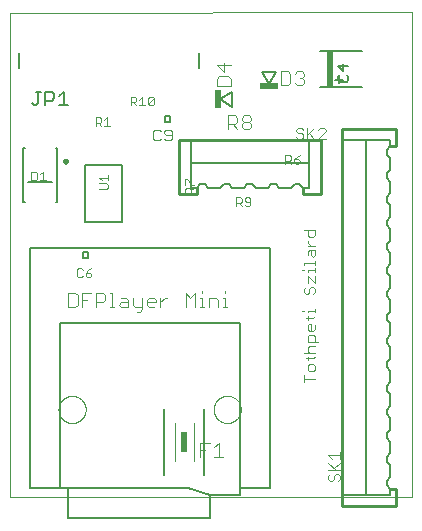
<source format=gto>
G75*
%MOIN*%
%OFA0B0*%
%FSLAX25Y25*%
%IPPOS*%
%LPD*%
%AMOC8*
5,1,8,0,0,1.08239X$1,22.5*
%
%ADD10C,0.00000*%
%ADD11C,0.00400*%
%ADD12C,0.00800*%
%ADD13C,0.00700*%
%ADD14R,0.01875X0.12500*%
%ADD15C,0.00600*%
%ADD16C,0.00500*%
%ADD17C,0.00300*%
%ADD18C,0.00276*%
%ADD19R,0.02362X0.07087*%
%ADD20R,0.02362X0.04331*%
%ADD21C,0.01000*%
%ADD22C,0.00984*%
%ADD23C,0.00787*%
%ADD24R,0.06200X0.02400*%
%ADD25R,0.02400X0.06200*%
D10*
X0002200Y0012366D02*
X0002200Y0173783D01*
X0136255Y0173980D01*
X0136255Y0012563D01*
X0002200Y0012366D01*
X0018341Y0041618D02*
X0018343Y0041752D01*
X0018349Y0041886D01*
X0018359Y0042020D01*
X0018373Y0042154D01*
X0018391Y0042287D01*
X0018412Y0042419D01*
X0018438Y0042551D01*
X0018468Y0042682D01*
X0018501Y0042812D01*
X0018538Y0042940D01*
X0018580Y0043068D01*
X0018624Y0043195D01*
X0018673Y0043320D01*
X0018725Y0043443D01*
X0018781Y0043565D01*
X0018841Y0043686D01*
X0018904Y0043804D01*
X0018970Y0043921D01*
X0019040Y0044035D01*
X0019113Y0044148D01*
X0019190Y0044258D01*
X0019270Y0044366D01*
X0019353Y0044471D01*
X0019439Y0044574D01*
X0019528Y0044674D01*
X0019620Y0044772D01*
X0019715Y0044867D01*
X0019813Y0044959D01*
X0019913Y0045048D01*
X0020016Y0045134D01*
X0020121Y0045217D01*
X0020229Y0045297D01*
X0020339Y0045374D01*
X0020452Y0045447D01*
X0020566Y0045517D01*
X0020683Y0045583D01*
X0020801Y0045646D01*
X0020922Y0045706D01*
X0021044Y0045762D01*
X0021167Y0045814D01*
X0021292Y0045863D01*
X0021419Y0045907D01*
X0021547Y0045949D01*
X0021675Y0045986D01*
X0021805Y0046019D01*
X0021936Y0046049D01*
X0022068Y0046075D01*
X0022200Y0046096D01*
X0022333Y0046114D01*
X0022467Y0046128D01*
X0022601Y0046138D01*
X0022735Y0046144D01*
X0022869Y0046146D01*
X0023003Y0046144D01*
X0023137Y0046138D01*
X0023271Y0046128D01*
X0023405Y0046114D01*
X0023538Y0046096D01*
X0023670Y0046075D01*
X0023802Y0046049D01*
X0023933Y0046019D01*
X0024063Y0045986D01*
X0024191Y0045949D01*
X0024319Y0045907D01*
X0024446Y0045863D01*
X0024571Y0045814D01*
X0024694Y0045762D01*
X0024816Y0045706D01*
X0024937Y0045646D01*
X0025055Y0045583D01*
X0025172Y0045517D01*
X0025286Y0045447D01*
X0025399Y0045374D01*
X0025509Y0045297D01*
X0025617Y0045217D01*
X0025722Y0045134D01*
X0025825Y0045048D01*
X0025925Y0044959D01*
X0026023Y0044867D01*
X0026118Y0044772D01*
X0026210Y0044674D01*
X0026299Y0044574D01*
X0026385Y0044471D01*
X0026468Y0044366D01*
X0026548Y0044258D01*
X0026625Y0044148D01*
X0026698Y0044035D01*
X0026768Y0043921D01*
X0026834Y0043804D01*
X0026897Y0043686D01*
X0026957Y0043565D01*
X0027013Y0043443D01*
X0027065Y0043320D01*
X0027114Y0043195D01*
X0027158Y0043068D01*
X0027200Y0042940D01*
X0027237Y0042812D01*
X0027270Y0042682D01*
X0027300Y0042551D01*
X0027326Y0042419D01*
X0027347Y0042287D01*
X0027365Y0042154D01*
X0027379Y0042020D01*
X0027389Y0041886D01*
X0027395Y0041752D01*
X0027397Y0041618D01*
X0027395Y0041484D01*
X0027389Y0041350D01*
X0027379Y0041216D01*
X0027365Y0041082D01*
X0027347Y0040949D01*
X0027326Y0040817D01*
X0027300Y0040685D01*
X0027270Y0040554D01*
X0027237Y0040424D01*
X0027200Y0040296D01*
X0027158Y0040168D01*
X0027114Y0040041D01*
X0027065Y0039916D01*
X0027013Y0039793D01*
X0026957Y0039671D01*
X0026897Y0039550D01*
X0026834Y0039432D01*
X0026768Y0039315D01*
X0026698Y0039201D01*
X0026625Y0039088D01*
X0026548Y0038978D01*
X0026468Y0038870D01*
X0026385Y0038765D01*
X0026299Y0038662D01*
X0026210Y0038562D01*
X0026118Y0038464D01*
X0026023Y0038369D01*
X0025925Y0038277D01*
X0025825Y0038188D01*
X0025722Y0038102D01*
X0025617Y0038019D01*
X0025509Y0037939D01*
X0025399Y0037862D01*
X0025286Y0037789D01*
X0025172Y0037719D01*
X0025055Y0037653D01*
X0024937Y0037590D01*
X0024816Y0037530D01*
X0024694Y0037474D01*
X0024571Y0037422D01*
X0024446Y0037373D01*
X0024319Y0037329D01*
X0024191Y0037287D01*
X0024063Y0037250D01*
X0023933Y0037217D01*
X0023802Y0037187D01*
X0023670Y0037161D01*
X0023538Y0037140D01*
X0023405Y0037122D01*
X0023271Y0037108D01*
X0023137Y0037098D01*
X0023003Y0037092D01*
X0022869Y0037090D01*
X0022735Y0037092D01*
X0022601Y0037098D01*
X0022467Y0037108D01*
X0022333Y0037122D01*
X0022200Y0037140D01*
X0022068Y0037161D01*
X0021936Y0037187D01*
X0021805Y0037217D01*
X0021675Y0037250D01*
X0021547Y0037287D01*
X0021419Y0037329D01*
X0021292Y0037373D01*
X0021167Y0037422D01*
X0021044Y0037474D01*
X0020922Y0037530D01*
X0020801Y0037590D01*
X0020683Y0037653D01*
X0020566Y0037719D01*
X0020452Y0037789D01*
X0020339Y0037862D01*
X0020229Y0037939D01*
X0020121Y0038019D01*
X0020016Y0038102D01*
X0019913Y0038188D01*
X0019813Y0038277D01*
X0019715Y0038369D01*
X0019620Y0038464D01*
X0019528Y0038562D01*
X0019439Y0038662D01*
X0019353Y0038765D01*
X0019270Y0038870D01*
X0019190Y0038978D01*
X0019113Y0039088D01*
X0019040Y0039201D01*
X0018970Y0039315D01*
X0018904Y0039432D01*
X0018841Y0039550D01*
X0018781Y0039671D01*
X0018725Y0039793D01*
X0018673Y0039916D01*
X0018624Y0040041D01*
X0018580Y0040168D01*
X0018538Y0040296D01*
X0018501Y0040424D01*
X0018468Y0040554D01*
X0018438Y0040685D01*
X0018412Y0040817D01*
X0018391Y0040949D01*
X0018373Y0041082D01*
X0018359Y0041216D01*
X0018349Y0041350D01*
X0018343Y0041484D01*
X0018341Y0041618D01*
X0070074Y0041618D02*
X0070076Y0041752D01*
X0070082Y0041886D01*
X0070092Y0042020D01*
X0070106Y0042154D01*
X0070124Y0042287D01*
X0070145Y0042419D01*
X0070171Y0042551D01*
X0070201Y0042682D01*
X0070234Y0042812D01*
X0070271Y0042940D01*
X0070313Y0043068D01*
X0070357Y0043195D01*
X0070406Y0043320D01*
X0070458Y0043443D01*
X0070514Y0043565D01*
X0070574Y0043686D01*
X0070637Y0043804D01*
X0070703Y0043921D01*
X0070773Y0044035D01*
X0070846Y0044148D01*
X0070923Y0044258D01*
X0071003Y0044366D01*
X0071086Y0044471D01*
X0071172Y0044574D01*
X0071261Y0044674D01*
X0071353Y0044772D01*
X0071448Y0044867D01*
X0071546Y0044959D01*
X0071646Y0045048D01*
X0071749Y0045134D01*
X0071854Y0045217D01*
X0071962Y0045297D01*
X0072072Y0045374D01*
X0072185Y0045447D01*
X0072299Y0045517D01*
X0072416Y0045583D01*
X0072534Y0045646D01*
X0072655Y0045706D01*
X0072777Y0045762D01*
X0072900Y0045814D01*
X0073025Y0045863D01*
X0073152Y0045907D01*
X0073280Y0045949D01*
X0073408Y0045986D01*
X0073538Y0046019D01*
X0073669Y0046049D01*
X0073801Y0046075D01*
X0073933Y0046096D01*
X0074066Y0046114D01*
X0074200Y0046128D01*
X0074334Y0046138D01*
X0074468Y0046144D01*
X0074602Y0046146D01*
X0074736Y0046144D01*
X0074870Y0046138D01*
X0075004Y0046128D01*
X0075138Y0046114D01*
X0075271Y0046096D01*
X0075403Y0046075D01*
X0075535Y0046049D01*
X0075666Y0046019D01*
X0075796Y0045986D01*
X0075924Y0045949D01*
X0076052Y0045907D01*
X0076179Y0045863D01*
X0076304Y0045814D01*
X0076427Y0045762D01*
X0076549Y0045706D01*
X0076670Y0045646D01*
X0076788Y0045583D01*
X0076905Y0045517D01*
X0077019Y0045447D01*
X0077132Y0045374D01*
X0077242Y0045297D01*
X0077350Y0045217D01*
X0077455Y0045134D01*
X0077558Y0045048D01*
X0077658Y0044959D01*
X0077756Y0044867D01*
X0077851Y0044772D01*
X0077943Y0044674D01*
X0078032Y0044574D01*
X0078118Y0044471D01*
X0078201Y0044366D01*
X0078281Y0044258D01*
X0078358Y0044148D01*
X0078431Y0044035D01*
X0078501Y0043921D01*
X0078567Y0043804D01*
X0078630Y0043686D01*
X0078690Y0043565D01*
X0078746Y0043443D01*
X0078798Y0043320D01*
X0078847Y0043195D01*
X0078891Y0043068D01*
X0078933Y0042940D01*
X0078970Y0042812D01*
X0079003Y0042682D01*
X0079033Y0042551D01*
X0079059Y0042419D01*
X0079080Y0042287D01*
X0079098Y0042154D01*
X0079112Y0042020D01*
X0079122Y0041886D01*
X0079128Y0041752D01*
X0079130Y0041618D01*
X0079128Y0041484D01*
X0079122Y0041350D01*
X0079112Y0041216D01*
X0079098Y0041082D01*
X0079080Y0040949D01*
X0079059Y0040817D01*
X0079033Y0040685D01*
X0079003Y0040554D01*
X0078970Y0040424D01*
X0078933Y0040296D01*
X0078891Y0040168D01*
X0078847Y0040041D01*
X0078798Y0039916D01*
X0078746Y0039793D01*
X0078690Y0039671D01*
X0078630Y0039550D01*
X0078567Y0039432D01*
X0078501Y0039315D01*
X0078431Y0039201D01*
X0078358Y0039088D01*
X0078281Y0038978D01*
X0078201Y0038870D01*
X0078118Y0038765D01*
X0078032Y0038662D01*
X0077943Y0038562D01*
X0077851Y0038464D01*
X0077756Y0038369D01*
X0077658Y0038277D01*
X0077558Y0038188D01*
X0077455Y0038102D01*
X0077350Y0038019D01*
X0077242Y0037939D01*
X0077132Y0037862D01*
X0077019Y0037789D01*
X0076905Y0037719D01*
X0076788Y0037653D01*
X0076670Y0037590D01*
X0076549Y0037530D01*
X0076427Y0037474D01*
X0076304Y0037422D01*
X0076179Y0037373D01*
X0076052Y0037329D01*
X0075924Y0037287D01*
X0075796Y0037250D01*
X0075666Y0037217D01*
X0075535Y0037187D01*
X0075403Y0037161D01*
X0075271Y0037140D01*
X0075138Y0037122D01*
X0075004Y0037108D01*
X0074870Y0037098D01*
X0074736Y0037092D01*
X0074602Y0037090D01*
X0074468Y0037092D01*
X0074334Y0037098D01*
X0074200Y0037108D01*
X0074066Y0037122D01*
X0073933Y0037140D01*
X0073801Y0037161D01*
X0073669Y0037187D01*
X0073538Y0037217D01*
X0073408Y0037250D01*
X0073280Y0037287D01*
X0073152Y0037329D01*
X0073025Y0037373D01*
X0072900Y0037422D01*
X0072777Y0037474D01*
X0072655Y0037530D01*
X0072534Y0037590D01*
X0072416Y0037653D01*
X0072299Y0037719D01*
X0072185Y0037789D01*
X0072072Y0037862D01*
X0071962Y0037939D01*
X0071854Y0038019D01*
X0071749Y0038102D01*
X0071646Y0038188D01*
X0071546Y0038277D01*
X0071448Y0038369D01*
X0071353Y0038464D01*
X0071261Y0038562D01*
X0071172Y0038662D01*
X0071086Y0038765D01*
X0071003Y0038870D01*
X0070923Y0038978D01*
X0070846Y0039088D01*
X0070773Y0039201D01*
X0070703Y0039315D01*
X0070637Y0039432D01*
X0070574Y0039550D01*
X0070514Y0039671D01*
X0070458Y0039793D01*
X0070406Y0039916D01*
X0070357Y0040041D01*
X0070313Y0040168D01*
X0070271Y0040296D01*
X0070234Y0040424D01*
X0070201Y0040554D01*
X0070171Y0040685D01*
X0070145Y0040817D01*
X0070124Y0040949D01*
X0070106Y0041082D01*
X0070092Y0041216D01*
X0070082Y0041350D01*
X0070076Y0041484D01*
X0070074Y0041618D01*
D11*
X0068732Y0030517D02*
X0065663Y0030517D01*
X0065663Y0025913D01*
X0065663Y0028215D02*
X0067197Y0028215D01*
X0070267Y0028982D02*
X0071801Y0030517D01*
X0071801Y0025913D01*
X0070267Y0025913D02*
X0073336Y0025913D01*
X0100153Y0050624D02*
X0100153Y0053026D01*
X0100153Y0051825D02*
X0103756Y0051825D01*
X0103155Y0054308D02*
X0101954Y0054308D01*
X0101354Y0054908D01*
X0101354Y0056109D01*
X0101954Y0056710D01*
X0103155Y0056710D01*
X0103756Y0056109D01*
X0103756Y0054908D01*
X0103155Y0054308D01*
X0101354Y0057991D02*
X0101354Y0059192D01*
X0100753Y0058591D02*
X0103155Y0058591D01*
X0103756Y0059192D01*
X0103756Y0060446D02*
X0100153Y0060446D01*
X0101354Y0061047D02*
X0101354Y0062248D01*
X0101954Y0062848D01*
X0103756Y0062848D01*
X0103756Y0064129D02*
X0103756Y0065931D01*
X0103155Y0066531D01*
X0101954Y0066531D01*
X0101354Y0065931D01*
X0101354Y0064129D01*
X0104957Y0064129D01*
X0103155Y0067812D02*
X0101954Y0067812D01*
X0101354Y0068413D01*
X0101354Y0069614D01*
X0101954Y0070214D01*
X0102555Y0070214D01*
X0102555Y0067812D01*
X0103155Y0067812D02*
X0103756Y0068413D01*
X0103756Y0069614D01*
X0103155Y0072096D02*
X0103756Y0072697D01*
X0103155Y0072096D02*
X0100753Y0072096D01*
X0101354Y0071496D02*
X0101354Y0072697D01*
X0101354Y0073951D02*
X0101354Y0074552D01*
X0103756Y0074552D01*
X0103756Y0075152D02*
X0103756Y0073951D01*
X0100153Y0074552D02*
X0099552Y0074552D01*
X0100753Y0080090D02*
X0101354Y0080090D01*
X0101954Y0080690D01*
X0101954Y0081891D01*
X0102555Y0082492D01*
X0103155Y0082492D01*
X0103756Y0081891D01*
X0103756Y0080690D01*
X0103155Y0080090D01*
X0100753Y0080090D02*
X0100153Y0080690D01*
X0100153Y0081891D01*
X0100753Y0082492D01*
X0101354Y0083773D02*
X0101354Y0086175D01*
X0103756Y0083773D01*
X0103756Y0086175D01*
X0103756Y0087456D02*
X0103756Y0088657D01*
X0103756Y0088056D02*
X0101354Y0088056D01*
X0101354Y0087456D01*
X0100153Y0088056D02*
X0099552Y0088056D01*
X0100153Y0089911D02*
X0100153Y0090512D01*
X0103756Y0090512D01*
X0103756Y0091112D02*
X0103756Y0089911D01*
X0103155Y0092367D02*
X0102555Y0092967D01*
X0102555Y0094769D01*
X0101954Y0094769D02*
X0103756Y0094769D01*
X0103756Y0092967D01*
X0103155Y0092367D01*
X0101354Y0092967D02*
X0101354Y0094168D01*
X0101954Y0094769D01*
X0101354Y0096050D02*
X0103756Y0096050D01*
X0102555Y0096050D02*
X0101354Y0097251D01*
X0101354Y0097851D01*
X0101954Y0099119D02*
X0101354Y0099720D01*
X0101354Y0101521D01*
X0100153Y0101521D02*
X0103756Y0101521D01*
X0103756Y0099720D01*
X0103155Y0099119D01*
X0101954Y0099119D01*
X0073810Y0081126D02*
X0073810Y0080359D01*
X0073810Y0078824D02*
X0073043Y0078824D01*
X0073810Y0078824D02*
X0073810Y0075755D01*
X0073043Y0075755D02*
X0074577Y0075755D01*
X0071508Y0075755D02*
X0071508Y0078057D01*
X0070741Y0078824D01*
X0068439Y0078824D01*
X0068439Y0075755D01*
X0066904Y0075755D02*
X0065370Y0075755D01*
X0066137Y0075755D02*
X0066137Y0078824D01*
X0065370Y0078824D01*
X0066137Y0080359D02*
X0066137Y0081126D01*
X0063835Y0080359D02*
X0063835Y0075755D01*
X0062300Y0078824D02*
X0063835Y0080359D01*
X0062300Y0078824D02*
X0060766Y0080359D01*
X0060766Y0075755D01*
X0054627Y0078824D02*
X0053860Y0078824D01*
X0052325Y0077290D01*
X0052325Y0078824D02*
X0052325Y0075755D01*
X0050790Y0077290D02*
X0047721Y0077290D01*
X0047721Y0078057D02*
X0047721Y0076522D01*
X0048488Y0075755D01*
X0050023Y0075755D01*
X0050790Y0077290D02*
X0050790Y0078057D01*
X0050023Y0078824D01*
X0048488Y0078824D01*
X0047721Y0078057D01*
X0046187Y0078824D02*
X0046187Y0074988D01*
X0045419Y0074220D01*
X0044652Y0074220D01*
X0043885Y0075755D02*
X0043117Y0076522D01*
X0043117Y0078824D01*
X0041583Y0078057D02*
X0041583Y0075755D01*
X0039281Y0075755D01*
X0038513Y0076522D01*
X0039281Y0077290D01*
X0041583Y0077290D01*
X0041583Y0078057D02*
X0040815Y0078824D01*
X0039281Y0078824D01*
X0036211Y0080359D02*
X0036211Y0075755D01*
X0035444Y0075755D02*
X0036979Y0075755D01*
X0033909Y0078057D02*
X0033142Y0077290D01*
X0030840Y0077290D01*
X0030840Y0075755D02*
X0030840Y0080359D01*
X0033142Y0080359D01*
X0033909Y0079592D01*
X0033909Y0078057D01*
X0035444Y0080359D02*
X0036211Y0080359D01*
X0029305Y0080359D02*
X0026236Y0080359D01*
X0026236Y0075755D01*
X0024702Y0076522D02*
X0024702Y0079592D01*
X0023934Y0080359D01*
X0021632Y0080359D01*
X0021632Y0075755D01*
X0023934Y0075755D01*
X0024702Y0076522D01*
X0026236Y0078057D02*
X0027771Y0078057D01*
X0043885Y0075755D02*
X0046187Y0075755D01*
X0050567Y0131302D02*
X0051768Y0131302D01*
X0052369Y0131903D01*
X0053650Y0131903D02*
X0054250Y0131302D01*
X0055451Y0131302D01*
X0056052Y0131903D01*
X0056052Y0134305D01*
X0055451Y0134905D01*
X0054250Y0134905D01*
X0053650Y0134305D01*
X0053650Y0133704D01*
X0054250Y0133104D01*
X0056052Y0133104D01*
X0052369Y0134305D02*
X0051768Y0134905D01*
X0050567Y0134905D01*
X0049967Y0134305D01*
X0049967Y0131903D01*
X0050567Y0131302D01*
X0071164Y0149558D02*
X0071164Y0151860D01*
X0071931Y0152628D01*
X0075000Y0152628D01*
X0075768Y0151860D01*
X0075768Y0149558D01*
X0071164Y0149558D01*
X0073466Y0154162D02*
X0073466Y0157231D01*
X0075768Y0156464D02*
X0071164Y0156464D01*
X0073466Y0154162D01*
X0074905Y0139670D02*
X0077207Y0139670D01*
X0077974Y0138903D01*
X0077974Y0137368D01*
X0077207Y0136601D01*
X0074905Y0136601D01*
X0076439Y0136601D02*
X0077974Y0135066D01*
X0079509Y0135833D02*
X0079509Y0136601D01*
X0080276Y0137368D01*
X0081811Y0137368D01*
X0082578Y0136601D01*
X0082578Y0135833D01*
X0081811Y0135066D01*
X0080276Y0135066D01*
X0079509Y0135833D01*
X0080276Y0137368D02*
X0079509Y0138135D01*
X0079509Y0138903D01*
X0080276Y0139670D01*
X0081811Y0139670D01*
X0082578Y0138903D01*
X0082578Y0138135D01*
X0081811Y0137368D01*
X0074905Y0135066D02*
X0074905Y0139670D01*
X0092542Y0149743D02*
X0094844Y0149743D01*
X0095611Y0150511D01*
X0095611Y0153580D01*
X0094844Y0154347D01*
X0092542Y0154347D01*
X0092542Y0149743D01*
X0097146Y0150511D02*
X0097913Y0149743D01*
X0099448Y0149743D01*
X0100215Y0150511D01*
X0100215Y0151278D01*
X0099448Y0152045D01*
X0098680Y0152045D01*
X0099448Y0152045D02*
X0100215Y0152813D01*
X0100215Y0153580D01*
X0099448Y0154347D01*
X0097913Y0154347D01*
X0097146Y0153580D01*
X0101354Y0061047D02*
X0101954Y0060446D01*
D12*
X0076086Y0142563D02*
X0076086Y0147287D01*
X0072149Y0144925D01*
X0076086Y0142563D01*
X0088539Y0150228D02*
X0086176Y0154165D01*
X0090901Y0154165D01*
X0088539Y0150228D01*
X0105379Y0149207D02*
X0119493Y0149207D01*
X0111801Y0150294D02*
X0111801Y0152794D01*
X0105379Y0161195D02*
X0119493Y0161195D01*
X0065074Y0160535D02*
X0065074Y0155535D01*
X0017948Y0128705D02*
X0017948Y0110594D01*
X0017357Y0110594D01*
X0016176Y0117287D02*
X0008302Y0117287D01*
X0007121Y0110594D02*
X0006531Y0110594D01*
X0006531Y0128705D01*
X0007121Y0128705D01*
X0017357Y0128705D02*
X0017948Y0128705D01*
X0005074Y0155535D02*
X0005074Y0160535D01*
D13*
X0110551Y0151544D02*
X0113051Y0151544D01*
D14*
X0108999Y0155201D03*
D15*
X0111533Y0156206D02*
X0113234Y0154505D01*
X0113234Y0156773D01*
X0114935Y0156206D02*
X0111533Y0156206D01*
X0112100Y0153090D02*
X0111533Y0152523D01*
X0111533Y0151389D01*
X0112100Y0150822D01*
X0114368Y0150822D01*
X0114935Y0151389D01*
X0114935Y0152523D01*
X0114368Y0153090D01*
D16*
X0113224Y0131303D02*
X0113224Y0013193D01*
X0120704Y0013193D01*
X0120704Y0131303D01*
X0113224Y0131303D01*
X0120704Y0131303D02*
X0128893Y0131303D01*
X0128893Y0129335D01*
X0127712Y0128154D01*
X0127712Y0126579D01*
X0128893Y0125398D01*
X0128893Y0121461D01*
X0127712Y0120280D01*
X0127712Y0118705D01*
X0128893Y0117524D01*
X0128893Y0113587D01*
X0127712Y0112406D01*
X0127712Y0110831D01*
X0128893Y0109650D01*
X0128893Y0105713D01*
X0127712Y0104531D01*
X0127712Y0102957D01*
X0128893Y0101776D01*
X0128893Y0097839D01*
X0127712Y0096657D01*
X0127712Y0095083D01*
X0128893Y0093902D01*
X0128893Y0089965D01*
X0127712Y0088783D01*
X0127712Y0087209D01*
X0128893Y0086028D01*
X0128893Y0082091D01*
X0127712Y0080909D01*
X0127712Y0079335D01*
X0128893Y0078154D01*
X0128893Y0074217D01*
X0127712Y0073035D01*
X0127712Y0071461D01*
X0128893Y0070280D01*
X0128893Y0066343D01*
X0127712Y0065161D01*
X0127712Y0063587D01*
X0128893Y0062406D01*
X0128893Y0058469D01*
X0127712Y0057287D01*
X0127712Y0055713D01*
X0128893Y0054531D01*
X0128893Y0050594D01*
X0127712Y0049413D01*
X0127712Y0047839D01*
X0128893Y0046657D01*
X0128893Y0042720D01*
X0127712Y0041539D01*
X0127712Y0039965D01*
X0128893Y0038783D01*
X0128893Y0034846D01*
X0127712Y0033665D01*
X0127712Y0032091D01*
X0128893Y0030909D01*
X0128893Y0026972D01*
X0127712Y0025791D01*
X0127712Y0024217D01*
X0128893Y0023035D01*
X0128893Y0019098D01*
X0127712Y0017917D01*
X0127712Y0016343D01*
X0128893Y0015161D01*
X0128893Y0013193D01*
X0120704Y0013193D01*
X0088932Y0015555D02*
X0078932Y0015555D01*
X0078932Y0013055D01*
X0068932Y0013055D01*
X0068932Y0005555D01*
X0021432Y0005555D01*
X0021432Y0015555D01*
X0018932Y0015555D01*
X0018932Y0070555D01*
X0078932Y0070555D01*
X0078932Y0015555D01*
X0088932Y0015555D02*
X0088932Y0095555D01*
X0008932Y0095555D01*
X0008932Y0015555D01*
X0018932Y0015555D01*
X0021432Y0015555D02*
X0061432Y0015555D01*
X0068932Y0013055D01*
X0067008Y0019648D02*
X0067008Y0041698D01*
X0053533Y0041698D02*
X0053533Y0019648D01*
X0028297Y0092035D02*
X0026497Y0092035D01*
X0026497Y0094035D01*
X0028297Y0094035D01*
X0028297Y0092035D01*
X0062436Y0115516D02*
X0064405Y0115516D01*
X0065586Y0116697D01*
X0067161Y0116697D01*
X0068342Y0115516D01*
X0072279Y0115516D01*
X0073460Y0116697D01*
X0075035Y0116697D01*
X0076216Y0115516D01*
X0080153Y0115516D01*
X0081334Y0116697D01*
X0082909Y0116697D01*
X0084090Y0115516D01*
X0088027Y0115516D01*
X0089208Y0116697D01*
X0090783Y0116697D01*
X0091964Y0115516D01*
X0095901Y0115516D01*
X0097082Y0116697D01*
X0098657Y0116697D01*
X0099838Y0115516D01*
X0101806Y0115516D01*
X0101806Y0123705D01*
X0062436Y0123705D01*
X0062436Y0115516D01*
X0062436Y0123705D02*
X0062436Y0131185D01*
X0101806Y0131185D01*
X0101806Y0123705D01*
X0055541Y0137547D02*
X0055541Y0139547D01*
X0053741Y0139547D01*
X0053741Y0137547D01*
X0055541Y0137547D01*
X0021605Y0143025D02*
X0018602Y0143025D01*
X0020103Y0143025D02*
X0020103Y0147529D01*
X0018602Y0146027D01*
X0017001Y0145277D02*
X0017001Y0146778D01*
X0016250Y0147529D01*
X0013998Y0147529D01*
X0013998Y0143025D01*
X0013998Y0144526D02*
X0016250Y0144526D01*
X0017001Y0145277D01*
X0012397Y0147529D02*
X0010895Y0147529D01*
X0011646Y0147529D02*
X0011646Y0143775D01*
X0010895Y0143025D01*
X0010145Y0143025D01*
X0009394Y0143775D01*
D17*
X0009295Y0120895D02*
X0010746Y0120895D01*
X0011230Y0120411D01*
X0011230Y0118476D01*
X0010746Y0117993D01*
X0009295Y0117993D01*
X0009295Y0120895D01*
X0012241Y0119927D02*
X0013209Y0120895D01*
X0013209Y0117993D01*
X0014176Y0117993D02*
X0012241Y0117993D01*
X0031805Y0118910D02*
X0034707Y0118910D01*
X0034707Y0117943D02*
X0034707Y0119878D01*
X0032773Y0117943D02*
X0031805Y0118910D01*
X0031805Y0116931D02*
X0034224Y0116931D01*
X0034707Y0116448D01*
X0034707Y0115480D01*
X0034224Y0114996D01*
X0031805Y0114996D01*
X0032651Y0136040D02*
X0031684Y0137007D01*
X0032167Y0137007D02*
X0030716Y0137007D01*
X0030716Y0136040D02*
X0030716Y0138942D01*
X0032167Y0138942D01*
X0032651Y0138458D01*
X0032651Y0137491D01*
X0032167Y0137007D01*
X0033663Y0136040D02*
X0035598Y0136040D01*
X0034630Y0136040D02*
X0034630Y0138942D01*
X0033663Y0137975D01*
X0042370Y0142969D02*
X0042370Y0145871D01*
X0043821Y0145871D01*
X0044305Y0145388D01*
X0044305Y0144420D01*
X0043821Y0143936D01*
X0042370Y0143936D01*
X0043337Y0143936D02*
X0044305Y0142969D01*
X0045316Y0142969D02*
X0047251Y0142969D01*
X0046284Y0142969D02*
X0046284Y0145871D01*
X0045316Y0144904D01*
X0048263Y0145388D02*
X0048263Y0143453D01*
X0050198Y0145388D01*
X0050198Y0143453D01*
X0049714Y0142969D01*
X0048746Y0142969D01*
X0048263Y0143453D01*
X0048263Y0145388D02*
X0048746Y0145871D01*
X0049714Y0145871D01*
X0050198Y0145388D01*
X0060545Y0118520D02*
X0061029Y0118520D01*
X0062964Y0116585D01*
X0063448Y0116585D01*
X0063448Y0115573D02*
X0062480Y0114606D01*
X0062480Y0115089D02*
X0062480Y0113638D01*
X0063448Y0113638D02*
X0060545Y0113638D01*
X0060545Y0115089D01*
X0061029Y0115573D01*
X0061996Y0115573D01*
X0062480Y0115089D01*
X0060545Y0116585D02*
X0060545Y0118520D01*
X0077422Y0112278D02*
X0077422Y0109375D01*
X0077422Y0110343D02*
X0078873Y0110343D01*
X0079357Y0110826D01*
X0079357Y0111794D01*
X0078873Y0112278D01*
X0077422Y0112278D01*
X0078389Y0110343D02*
X0079357Y0109375D01*
X0080368Y0109859D02*
X0080852Y0109375D01*
X0081819Y0109375D01*
X0082303Y0109859D01*
X0082303Y0111794D01*
X0081819Y0112278D01*
X0080852Y0112278D01*
X0080368Y0111794D01*
X0080368Y0111310D01*
X0080852Y0110826D01*
X0082303Y0110826D01*
X0093944Y0123481D02*
X0093944Y0126383D01*
X0095396Y0126383D01*
X0095879Y0125899D01*
X0095879Y0124932D01*
X0095396Y0124448D01*
X0093944Y0124448D01*
X0094912Y0124448D02*
X0095879Y0123481D01*
X0096891Y0123964D02*
X0097375Y0123481D01*
X0098342Y0123481D01*
X0098826Y0123964D01*
X0098826Y0124448D01*
X0098342Y0124932D01*
X0096891Y0124932D01*
X0096891Y0123964D01*
X0096891Y0124932D02*
X0097858Y0125899D01*
X0098826Y0126383D01*
X0099373Y0131823D02*
X0098138Y0131823D01*
X0097521Y0132440D01*
X0098138Y0133675D02*
X0099373Y0133675D01*
X0099990Y0133058D01*
X0099990Y0132440D01*
X0099373Y0131823D01*
X0098138Y0133675D02*
X0097521Y0134292D01*
X0097521Y0134909D01*
X0098138Y0135526D01*
X0099373Y0135526D01*
X0099990Y0134909D01*
X0101204Y0135526D02*
X0101204Y0131823D01*
X0101204Y0133058D02*
X0103673Y0135526D01*
X0104887Y0134909D02*
X0105505Y0135526D01*
X0106739Y0135526D01*
X0107356Y0134909D01*
X0107356Y0134292D01*
X0104887Y0131823D01*
X0107356Y0131823D01*
X0103673Y0131823D02*
X0101821Y0133675D01*
X0029303Y0088656D02*
X0028336Y0088172D01*
X0027368Y0087204D01*
X0028819Y0087204D01*
X0029303Y0086721D01*
X0029303Y0086237D01*
X0028819Y0085753D01*
X0027852Y0085753D01*
X0027368Y0086237D01*
X0027368Y0087204D01*
X0026357Y0086237D02*
X0025873Y0085753D01*
X0024905Y0085753D01*
X0024422Y0086237D01*
X0024422Y0088172D01*
X0024905Y0088656D01*
X0025873Y0088656D01*
X0026357Y0088172D01*
X0108331Y0026288D02*
X0112034Y0026288D01*
X0112034Y0027522D02*
X0112034Y0025053D01*
X0112034Y0023839D02*
X0110183Y0021988D01*
X0110800Y0021370D02*
X0108331Y0023839D01*
X0109565Y0025053D02*
X0108331Y0026288D01*
X0108331Y0021370D02*
X0112034Y0021370D01*
X0111417Y0020156D02*
X0112034Y0019539D01*
X0112034Y0018304D01*
X0111417Y0017687D01*
X0110183Y0018304D02*
X0110183Y0019539D01*
X0110800Y0020156D01*
X0111417Y0020156D01*
X0110183Y0018304D02*
X0109565Y0017687D01*
X0108948Y0017687D01*
X0108331Y0018304D01*
X0108331Y0019539D01*
X0108948Y0020156D01*
D18*
X0063420Y0024374D02*
X0063420Y0036972D01*
X0057121Y0036972D02*
X0057121Y0024374D01*
D19*
X0060271Y0030673D03*
D20*
X0060271Y0030870D03*
D21*
X0112830Y0009256D02*
X0130861Y0009256D01*
X0130861Y0015161D01*
X0128893Y0015161D01*
X0112830Y0009256D02*
X0112830Y0135240D01*
X0130861Y0135240D01*
X0130861Y0129335D01*
X0128893Y0129335D01*
X0105743Y0131579D02*
X0105743Y0113547D01*
X0099838Y0113547D01*
X0099838Y0115516D01*
X0105743Y0131579D02*
X0058499Y0131579D01*
X0058499Y0113547D01*
X0064405Y0113547D01*
X0064405Y0115516D01*
D22*
X0020160Y0124387D02*
X0020162Y0124431D01*
X0020168Y0124475D01*
X0020178Y0124518D01*
X0020191Y0124560D01*
X0020208Y0124601D01*
X0020229Y0124640D01*
X0020253Y0124677D01*
X0020280Y0124712D01*
X0020310Y0124744D01*
X0020343Y0124774D01*
X0020379Y0124800D01*
X0020416Y0124824D01*
X0020456Y0124843D01*
X0020497Y0124860D01*
X0020540Y0124872D01*
X0020583Y0124881D01*
X0020627Y0124886D01*
X0020671Y0124887D01*
X0020715Y0124884D01*
X0020759Y0124877D01*
X0020802Y0124866D01*
X0020844Y0124852D01*
X0020884Y0124834D01*
X0020923Y0124812D01*
X0020959Y0124788D01*
X0020993Y0124760D01*
X0021025Y0124729D01*
X0021054Y0124695D01*
X0021080Y0124659D01*
X0021102Y0124621D01*
X0021121Y0124581D01*
X0021136Y0124539D01*
X0021148Y0124497D01*
X0021156Y0124453D01*
X0021160Y0124409D01*
X0021160Y0124365D01*
X0021156Y0124321D01*
X0021148Y0124277D01*
X0021136Y0124235D01*
X0021121Y0124193D01*
X0021102Y0124153D01*
X0021080Y0124115D01*
X0021054Y0124079D01*
X0021025Y0124045D01*
X0020993Y0124014D01*
X0020959Y0123986D01*
X0020923Y0123962D01*
X0020884Y0123940D01*
X0020844Y0123922D01*
X0020802Y0123908D01*
X0020759Y0123897D01*
X0020715Y0123890D01*
X0020671Y0123887D01*
X0020627Y0123888D01*
X0020583Y0123893D01*
X0020540Y0123902D01*
X0020497Y0123914D01*
X0020456Y0123931D01*
X0020416Y0123950D01*
X0020379Y0123974D01*
X0020343Y0124000D01*
X0020310Y0124030D01*
X0020280Y0124062D01*
X0020253Y0124097D01*
X0020229Y0124134D01*
X0020208Y0124173D01*
X0020191Y0124214D01*
X0020178Y0124256D01*
X0020168Y0124299D01*
X0020162Y0124343D01*
X0020160Y0124387D01*
D23*
X0027260Y0123187D02*
X0027260Y0103987D01*
X0039660Y0103987D01*
X0039660Y0123187D01*
X0027260Y0123187D01*
D24*
X0088539Y0149497D03*
D25*
X0071417Y0144925D03*
M02*

</source>
